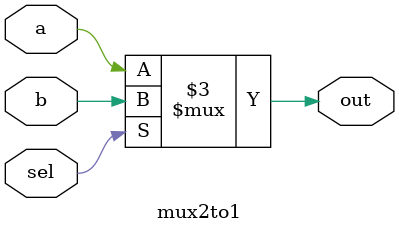
<source format=sv>
module top_module(
    input clk,
    input L,
    input q_in,
    input r_in,
    output reg Q
);

reg [2:0] q;
wire w;

submodule instance(
    .clk(clk),
    .L(L),
    .q_in(q_in),
    .r_in(r_in),
    .Q(w)
);

always @(posedge clk) begin
    if (L) begin
        q <= r_in;
    end else begin
        q <= {q[1] ^ q[2], q[0], q[2]};
    end
end

assign Q = w;

endmodule
module submodule(
    input clk,
    input L,
    input q_in,
    input r_in,
    output reg Q
);

reg [2:0] q;
wire w;

reg [2:0] q_temp;
reg [1:0] r_temp;

mux2to1 mux_inst(
    .sel(L),
    .a(q_in),
    .b(r_in),
    .out(r_temp)
);

always @(posedge clk) begin
    q_temp <= q;
    r_temp <= r_in;
end

always @(posedge clk) begin
    if (L) begin
        q <= r_in;
    end else begin
        q <= {q[1] ^ q[2], q[0], q[2]};
    end
end

assign Q = r_temp;

endmodule
module mux2to1(
    input sel,
    input a,
    input b,
    output reg out
);

always @(sel, a, b) begin
    if (sel) begin
        out <= b;
    end else begin
        out <= a;
    end
end

endmodule

</source>
